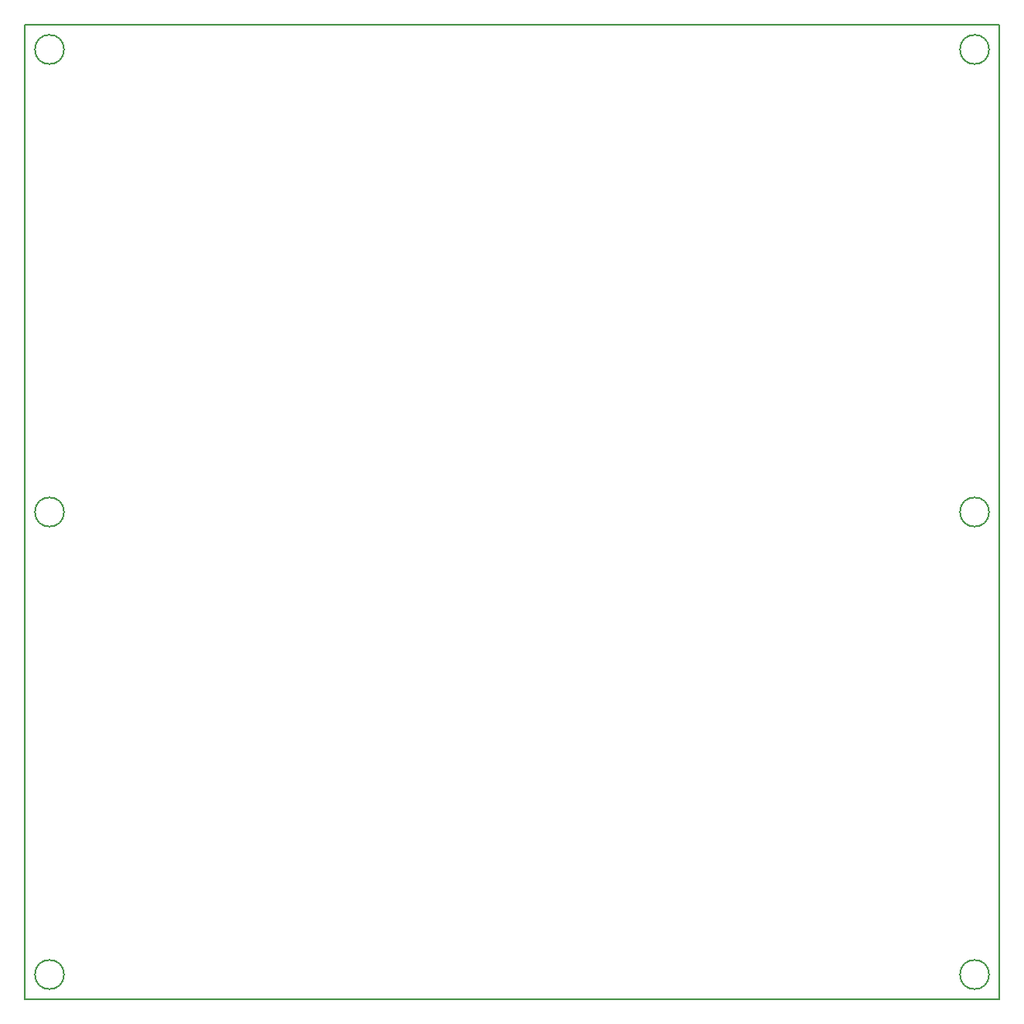
<source format=gbr>
G04 #@! TF.GenerationSoftware,KiCad,Pcbnew,5.0.1*
G04 #@! TF.CreationDate,2019-02-23T16:35:51+01:00*
G04 #@! TF.ProjectId,optocupler,6F70746F6375706C65722E6B69636164,rev?*
G04 #@! TF.SameCoordinates,Original*
G04 #@! TF.FileFunction,Profile,NP*
%FSLAX46Y46*%
G04 Gerber Fmt 4.6, Leading zero omitted, Abs format (unit mm)*
G04 Created by KiCad (PCBNEW 5.0.1) date Sat 23 Feb 2019 16:35:51 CET*
%MOMM*%
%LPD*%
G01*
G04 APERTURE LIST*
%ADD10C,0.150000*%
G04 APERTURE END LIST*
D10*
X94000000Y-105000000D02*
G75*
G03X94000000Y-105000000I-1500000J0D01*
G01*
X189000000Y-105000000D02*
G75*
G03X189000000Y-105000000I-1500000J0D01*
G01*
X94000000Y-152500000D02*
G75*
G03X94000000Y-152500000I-1500000J0D01*
G01*
X189000000Y-152500000D02*
G75*
G03X189000000Y-152500000I-1500000J0D01*
G01*
X189000000Y-57500000D02*
G75*
G03X189000000Y-57500000I-1500000J0D01*
G01*
X94000000Y-57500000D02*
G75*
G03X94000000Y-57500000I-1500000J0D01*
G01*
X190000000Y-55000000D02*
X90000000Y-55000000D01*
X190000000Y-155000000D02*
X190000000Y-55000000D01*
X90000000Y-155000000D02*
X190000000Y-155000000D01*
X90000000Y-55000000D02*
X90000000Y-155000000D01*
M02*

</source>
